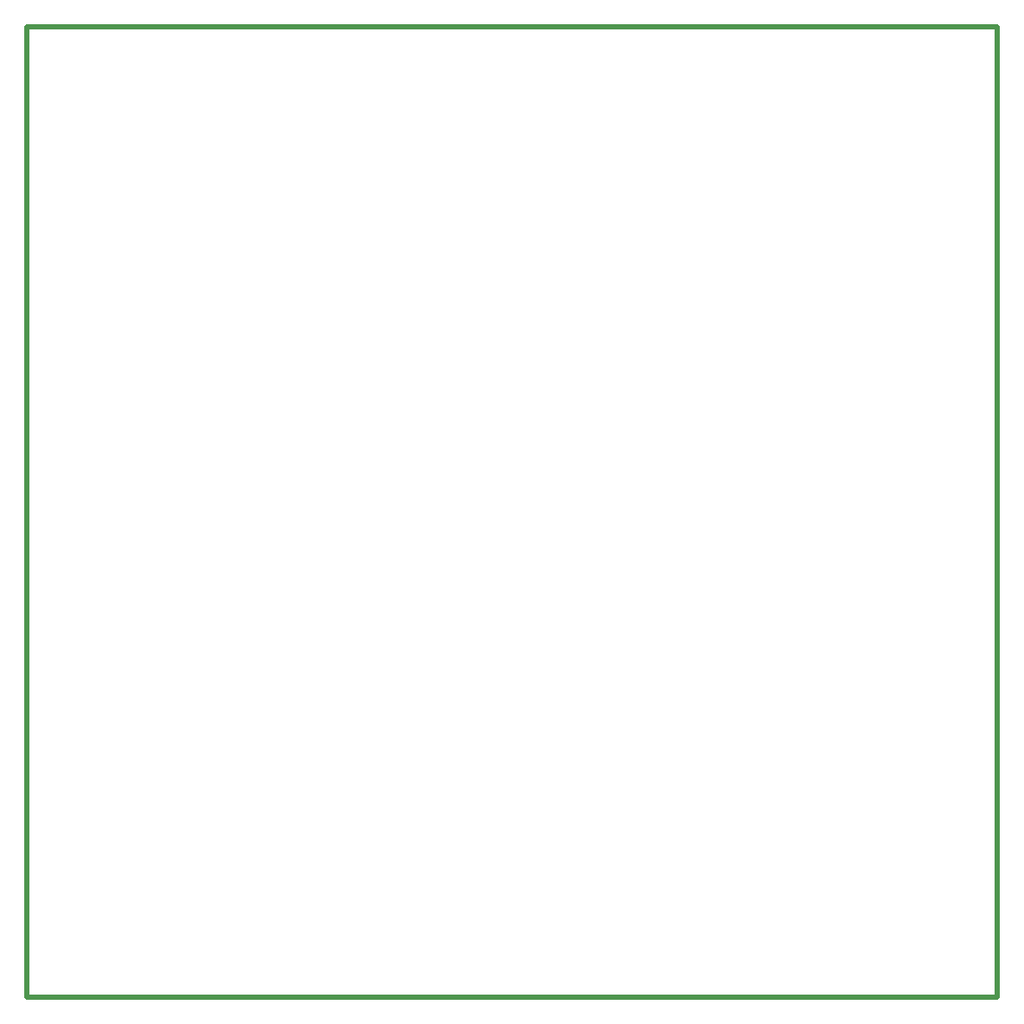
<source format=gko>
G04*
G04 #@! TF.GenerationSoftware,Altium Limited,Altium Designer,21.3.2 (30)*
G04*
G04 Layer_Color=16711935*
%FSTAX24Y24*%
%MOIN*%
G70*
G04*
G04 #@! TF.SameCoordinates,110FFF50-2F86-4F7F-B504-3501B117D145*
G04*
G04*
G04 #@! TF.FilePolarity,Positive*
G04*
G01*
G75*
%ADD65C,0.0197*%
D65*
X01Y047402D02*
X047402D01*
X01Y01D02*
Y047402D01*
X047402Y01D02*
Y047402D01*
X01Y01D02*
X047402D01*
M02*

</source>
